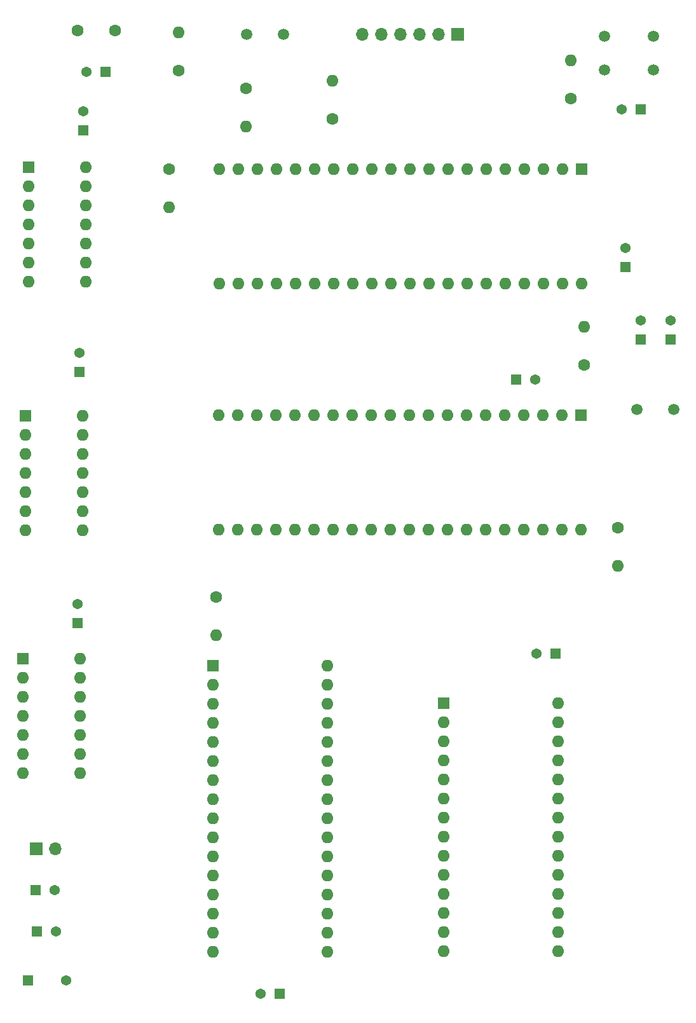
<source format=gbr>
%TF.GenerationSoftware,KiCad,Pcbnew,8.0.6*%
%TF.CreationDate,2024-11-15T08:20:11-05:00*%
%TF.ProjectId,6309-board-prototype-1.kicad_pro,36333039-2d62-46f6-9172-642d70726f74,rev?*%
%TF.SameCoordinates,Original*%
%TF.FileFunction,Soldermask,Top*%
%TF.FilePolarity,Negative*%
%FSLAX46Y46*%
G04 Gerber Fmt 4.6, Leading zero omitted, Abs format (unit mm)*
G04 Created by KiCad (PCBNEW 8.0.6) date 2024-11-15 08:20:11*
%MOMM*%
%LPD*%
G01*
G04 APERTURE LIST*
%ADD10C,1.600000*%
%ADD11R,1.600000X1.600000*%
%ADD12O,1.600000X1.600000*%
%ADD13R,1.371600X1.371600*%
%ADD14C,1.371600*%
%ADD15C,1.507998*%
%ADD16C,1.500000*%
%ADD17R,1.700000X1.700000*%
%ADD18O,1.700000X1.700000*%
G04 APERTURE END LIST*
D10*
%TO.C,C11*%
X46500000Y-19500000D03*
X41500000Y-19500000D03*
%TD*%
D11*
%TO.C,U6*%
X34600000Y-70800000D03*
D12*
X34600000Y-73340000D03*
X34600000Y-75880000D03*
X34600000Y-78420000D03*
X34600000Y-80960000D03*
X34600000Y-83500000D03*
X34600000Y-86040000D03*
X42220000Y-86040000D03*
X42220000Y-83500000D03*
X42220000Y-80960000D03*
X42220000Y-78420000D03*
X42220000Y-75880000D03*
X42220000Y-73340000D03*
X42220000Y-70800000D03*
%TD*%
D13*
%TO.C,C14*%
X36072900Y-139500000D03*
D14*
X38612900Y-139500000D03*
%TD*%
D15*
%TO.C,SW1*%
X111749998Y-20249999D03*
X118250000Y-20249999D03*
X111749998Y-24750000D03*
X118250000Y-24750000D03*
%TD*%
D10*
%TO.C,R3*%
X55000000Y-24815000D03*
D12*
X55000000Y-19735000D03*
%TD*%
D16*
%TO.C,X1*%
X120950000Y-70000000D03*
X116070000Y-70000000D03*
%TD*%
D13*
%TO.C,C6*%
X41750000Y-65000000D03*
D14*
X41750000Y-62460000D03*
%TD*%
D10*
%TO.C,R9*%
X107250000Y-28565000D03*
D12*
X107250000Y-23485000D03*
%TD*%
D13*
%TO.C,C8*%
X120500000Y-60670000D03*
D14*
X120500000Y-58130000D03*
%TD*%
D16*
%TO.C,X2*%
X68950000Y-20000000D03*
X64070000Y-20000000D03*
%TD*%
D11*
%TO.C,U3*%
X59520000Y-104060000D03*
D12*
X59520000Y-106600000D03*
X59520000Y-109140000D03*
X59520000Y-111680000D03*
X59520000Y-114220000D03*
X59520000Y-116760000D03*
X59520000Y-119300000D03*
X59520000Y-121840000D03*
X59520000Y-124380000D03*
X59520000Y-126920000D03*
X59520000Y-129460000D03*
X59520000Y-132000000D03*
X59520000Y-134540000D03*
X59520000Y-137080000D03*
X59520000Y-139620000D03*
X59520000Y-142160000D03*
X74760000Y-142160000D03*
X74760000Y-139620000D03*
X74760000Y-137080000D03*
X74760000Y-134540000D03*
X74760000Y-132000000D03*
X74760000Y-129460000D03*
X74760000Y-126920000D03*
X74760000Y-124380000D03*
X74760000Y-121840000D03*
X74760000Y-119300000D03*
X74760000Y-116760000D03*
X74760000Y-114220000D03*
X74760000Y-111680000D03*
X74760000Y-109140000D03*
X74760000Y-106600000D03*
X74760000Y-104060000D03*
%TD*%
D17*
%TO.C,J2*%
X92160000Y-20000000D03*
D18*
X89620000Y-20000000D03*
X87080000Y-20000000D03*
X84540000Y-20000000D03*
X82000000Y-20000000D03*
X79460000Y-20000000D03*
%TD*%
D11*
%TO.C,U2*%
X90260000Y-109100000D03*
D12*
X90260000Y-111640000D03*
X90260000Y-114180000D03*
X90260000Y-116720000D03*
X90260000Y-119260000D03*
X90260000Y-121800000D03*
X90260000Y-124340000D03*
X90260000Y-126880000D03*
X90260000Y-129420000D03*
X90260000Y-131960000D03*
X90260000Y-134500000D03*
X90260000Y-137040000D03*
X90260000Y-139580000D03*
X90260000Y-142120000D03*
X105500000Y-142120000D03*
X105500000Y-139580000D03*
X105500000Y-137040000D03*
X105500000Y-134500000D03*
X105500000Y-131960000D03*
X105500000Y-129420000D03*
X105500000Y-126880000D03*
X105500000Y-124340000D03*
X105500000Y-121800000D03*
X105500000Y-119260000D03*
X105500000Y-116720000D03*
X105500000Y-114180000D03*
X105500000Y-111640000D03*
X105500000Y-109100000D03*
%TD*%
D13*
%TO.C,C3*%
X68427100Y-147750000D03*
D14*
X65887100Y-147750000D03*
%TD*%
D11*
%TO.C,U5*%
X35000000Y-37710000D03*
D12*
X35000000Y-40250000D03*
X35000000Y-42790000D03*
X35000000Y-45330000D03*
X35000000Y-47870000D03*
X35000000Y-50410000D03*
X35000000Y-52950000D03*
X42620000Y-52950000D03*
X42620000Y-50410000D03*
X42620000Y-47870000D03*
X42620000Y-45330000D03*
X42620000Y-42790000D03*
X42620000Y-40250000D03*
X42620000Y-37710000D03*
%TD*%
D13*
%TO.C,C15*%
X35960000Y-134000000D03*
D14*
X38500000Y-134000000D03*
%TD*%
D11*
%TO.C,U1*%
X108560000Y-70760000D03*
D12*
X106020000Y-70760000D03*
X103480000Y-70760000D03*
X100940000Y-70760000D03*
X98400000Y-70760000D03*
X95860000Y-70760000D03*
X93320000Y-70760000D03*
X90780000Y-70760000D03*
X88240000Y-70760000D03*
X85700000Y-70760000D03*
X83160000Y-70760000D03*
X80620000Y-70760000D03*
X78080000Y-70760000D03*
X75540000Y-70760000D03*
X73000000Y-70760000D03*
X70460000Y-70760000D03*
X67920000Y-70760000D03*
X65380000Y-70760000D03*
X62840000Y-70760000D03*
X60300000Y-70760000D03*
X60300000Y-86000000D03*
X62840000Y-86000000D03*
X65380000Y-86000000D03*
X67920000Y-86000000D03*
X70460000Y-86000000D03*
X73000000Y-86000000D03*
X75540000Y-86000000D03*
X78080000Y-86000000D03*
X80620000Y-86000000D03*
X83160000Y-86000000D03*
X85700000Y-86000000D03*
X88240000Y-86000000D03*
X90780000Y-86000000D03*
X93320000Y-86000000D03*
X95860000Y-86000000D03*
X98400000Y-86000000D03*
X100940000Y-86000000D03*
X103480000Y-86000000D03*
X106020000Y-86000000D03*
X108560000Y-86000000D03*
%TD*%
D10*
%TO.C,R2*%
X64000000Y-27185000D03*
D12*
X64000000Y-32265000D03*
%TD*%
D10*
%TO.C,R4*%
X109000000Y-64065000D03*
D12*
X109000000Y-58985000D03*
%TD*%
D13*
%TO.C,C7*%
X42250000Y-32782000D03*
D14*
X42250000Y-30242000D03*
%TD*%
D13*
%TO.C,C2*%
X114500000Y-51000000D03*
D14*
X114500000Y-48460000D03*
%TD*%
D10*
%TO.C,R8*%
X60000000Y-94935000D03*
D12*
X60000000Y-100015000D03*
%TD*%
D10*
%TO.C,R7*%
X53750000Y-37935000D03*
D12*
X53750000Y-43015000D03*
%TD*%
D13*
%TO.C,C9*%
X116500000Y-60670000D03*
D14*
X116500000Y-58130000D03*
%TD*%
D13*
%TO.C,C13*%
X34929900Y-146000000D03*
D14*
X40009900Y-146000000D03*
%TD*%
D13*
%TO.C,C5*%
X41500000Y-98427100D03*
D14*
X41500000Y-95887100D03*
%TD*%
D13*
%TO.C,C12*%
X45270000Y-25000000D03*
D14*
X42730000Y-25000000D03*
%TD*%
D17*
%TO.C,J1*%
X36000000Y-128500000D03*
D18*
X38540000Y-128500000D03*
%TD*%
D11*
%TO.C,U7*%
X34200000Y-103125000D03*
D12*
X34200000Y-105665000D03*
X34200000Y-108205000D03*
X34200000Y-110745000D03*
X34200000Y-113285000D03*
X34200000Y-115825000D03*
X34200000Y-118365000D03*
X41820000Y-118365000D03*
X41820000Y-115825000D03*
X41820000Y-113285000D03*
X41820000Y-110745000D03*
X41820000Y-108205000D03*
X41820000Y-105665000D03*
X41820000Y-103125000D03*
%TD*%
D13*
%TO.C,C16*%
X116500000Y-30000000D03*
D14*
X113960000Y-30000000D03*
%TD*%
D13*
%TO.C,C4*%
X105177100Y-102500000D03*
D14*
X102637100Y-102500000D03*
%TD*%
D13*
%TO.C,C1*%
X99900000Y-66000000D03*
D14*
X102440000Y-66000000D03*
%TD*%
D11*
%TO.C,U4*%
X108620000Y-38000000D03*
D12*
X106080000Y-38000000D03*
X103540000Y-38000000D03*
X101000000Y-38000000D03*
X98460000Y-38000000D03*
X95920000Y-38000000D03*
X93380000Y-38000000D03*
X90840000Y-38000000D03*
X88300000Y-38000000D03*
X85760000Y-38000000D03*
X83220000Y-38000000D03*
X80680000Y-38000000D03*
X78140000Y-38000000D03*
X75600000Y-38000000D03*
X73060000Y-38000000D03*
X70520000Y-38000000D03*
X67980000Y-38000000D03*
X65440000Y-38000000D03*
X62900000Y-38000000D03*
X60360000Y-38000000D03*
X60360000Y-53240000D03*
X62900000Y-53240000D03*
X65440000Y-53240000D03*
X67980000Y-53240000D03*
X70520000Y-53240000D03*
X73060000Y-53240000D03*
X75600000Y-53240000D03*
X78140000Y-53240000D03*
X80680000Y-53240000D03*
X83220000Y-53240000D03*
X85760000Y-53240000D03*
X88300000Y-53240000D03*
X90840000Y-53240000D03*
X93380000Y-53240000D03*
X95920000Y-53240000D03*
X98460000Y-53240000D03*
X101000000Y-53240000D03*
X103540000Y-53240000D03*
X106080000Y-53240000D03*
X108620000Y-53240000D03*
%TD*%
D10*
%TO.C,R5*%
X75500000Y-31315000D03*
D12*
X75500000Y-26235000D03*
%TD*%
D10*
%TO.C,R6*%
X113500000Y-85685000D03*
D12*
X113500000Y-90765000D03*
%TD*%
M02*

</source>
